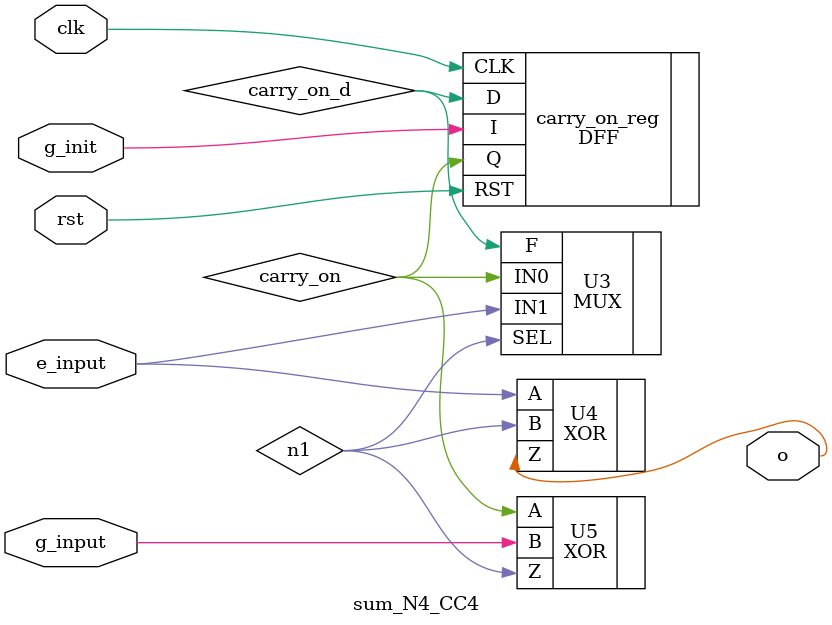
<source format=v>

module sum_N4_CC4 ( clk, rst, g_init, g_input, e_input, o );
  input [0:0] g_input;
  input [0:0] e_input;
  output [0:0] o;
  input clk, rst, g_init;
  wire   carry_on, carry_on_d, n1;

  DFF carry_on_reg ( .D(carry_on_d), .CLK(clk), .RST(rst), .I(g_init), .Q(
        carry_on) );
  MUX U3 ( .IN0(carry_on), .IN1(e_input[0]), .SEL(n1), .F(carry_on_d) );
  XOR U4 ( .A(e_input[0]), .B(n1), .Z(o[0]) );
  XOR U5 ( .A(carry_on), .B(g_input[0]), .Z(n1) );
endmodule


</source>
